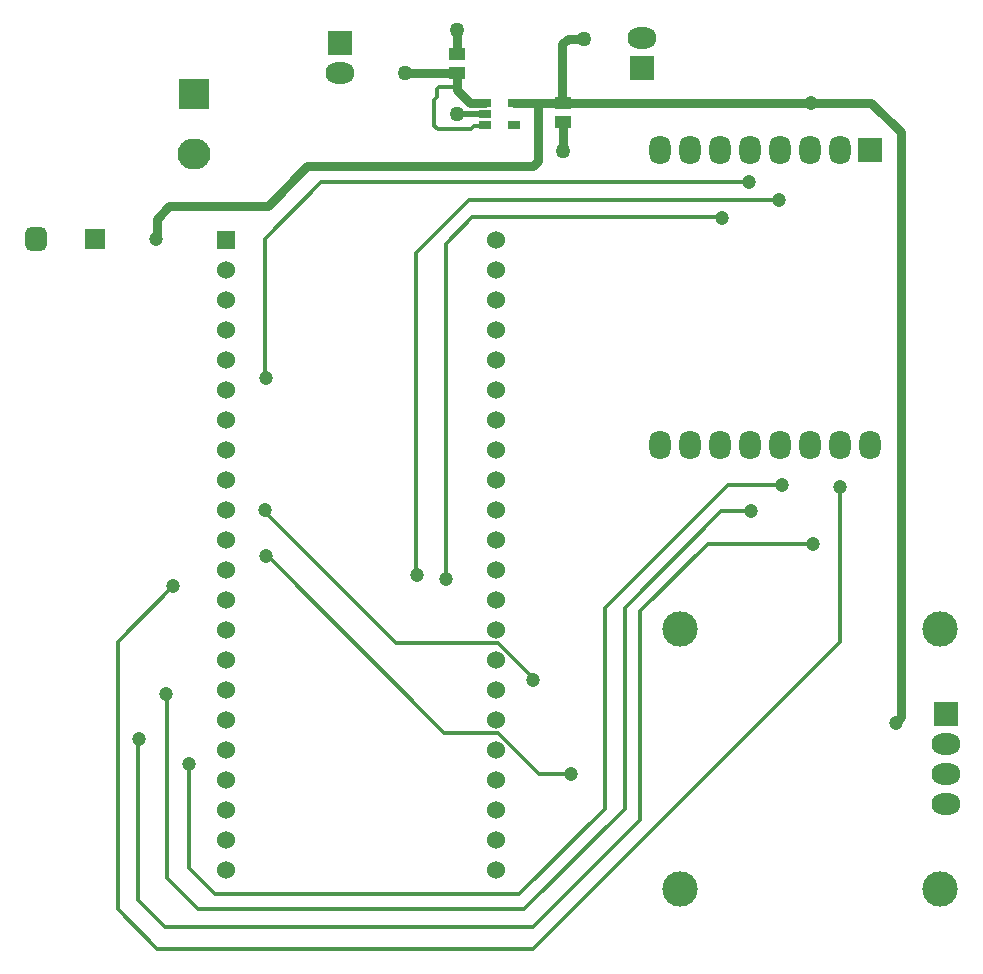
<source format=gtl>
G04*
G04 #@! TF.GenerationSoftware,Altium Limited,Altium Designer,22.3.1 (43)*
G04*
G04 Layer_Physical_Order=1*
G04 Layer_Color=255*
%FSLAX25Y25*%
%MOIN*%
G70*
G04*
G04 #@! TF.SameCoordinates,6F27DF24-6875-432B-A67F-BF56C2FC00E1*
G04*
G04*
G04 #@! TF.FilePolarity,Positive*
G04*
G01*
G75*
%ADD13R,0.05787X0.04016*%
%ADD14R,0.03937X0.02756*%
%ADD31C,0.01181*%
%ADD32C,0.03150*%
%ADD33C,0.01968*%
%ADD34C,0.11811*%
G04:AMPARAMS|DCode=35|XSize=70.87mil|YSize=94.49mil|CornerRadius=31.89mil|HoleSize=0mil|Usage=FLASHONLY|Rotation=270.000|XOffset=0mil|YOffset=0mil|HoleType=Round|Shape=RoundedRectangle|*
%AMROUNDEDRECTD35*
21,1,0.07087,0.03071,0,0,270.0*
21,1,0.00709,0.09449,0,0,270.0*
1,1,0.06378,-0.01535,-0.00354*
1,1,0.06378,-0.01535,0.00354*
1,1,0.06378,0.01535,0.00354*
1,1,0.06378,0.01535,-0.00354*
%
%ADD35ROUNDEDRECTD35*%
%ADD36R,0.07874X0.07874*%
%ADD37R,0.10236X0.10236*%
%ADD38O,0.11024X0.10236*%
%ADD39C,0.06024*%
%ADD40R,0.06024X0.06024*%
%ADD41R,0.07087X0.07087*%
G04:AMPARAMS|DCode=42|XSize=70.87mil|YSize=78.74mil|CornerRadius=17.72mil|HoleSize=0mil|Usage=FLASHONLY|Rotation=180.000|XOffset=0mil|YOffset=0mil|HoleType=Round|Shape=RoundedRectangle|*
%AMROUNDEDRECTD42*
21,1,0.07087,0.04331,0,0,180.0*
21,1,0.03543,0.07874,0,0,180.0*
1,1,0.03543,-0.01772,0.02165*
1,1,0.03543,0.01772,0.02165*
1,1,0.03543,0.01772,-0.02165*
1,1,0.03543,-0.01772,-0.02165*
%
%ADD42ROUNDEDRECTD42*%
G04:AMPARAMS|DCode=43|XSize=70.87mil|YSize=94.49mil|CornerRadius=31.89mil|HoleSize=0mil|Usage=FLASHONLY|Rotation=180.000|XOffset=0mil|YOffset=0mil|HoleType=Round|Shape=RoundedRectangle|*
%AMROUNDEDRECTD43*
21,1,0.07087,0.03071,0,0,180.0*
21,1,0.00709,0.09449,0,0,180.0*
1,1,0.06378,-0.00354,0.01535*
1,1,0.06378,0.00354,0.01535*
1,1,0.06378,0.00354,-0.01535*
1,1,0.06378,-0.00354,-0.01535*
%
%ADD43ROUNDEDRECTD43*%
%ADD44R,0.07874X0.07874*%
%ADD45C,0.05000*%
%ADD46C,0.04724*%
D13*
X185827Y290650D02*
D03*
Y284350D02*
D03*
X150394Y300787D02*
D03*
Y307087D02*
D03*
D14*
X169291Y283169D02*
D03*
Y290650D02*
D03*
X159843Y283169D02*
D03*
Y286910D02*
D03*
Y290650D02*
D03*
D31*
X86417Y245374D02*
X105217Y264173D01*
X247638D01*
X86417Y199016D02*
Y245374D01*
X143701Y292520D02*
Y295276D01*
X156102Y282874D02*
X159547D01*
X155118Y281890D02*
X156102Y282874D01*
X159547D02*
X159843Y283169D01*
X144095Y281890D02*
X155118D01*
X142913Y283071D02*
X144095Y281890D01*
X142913Y283071D02*
Y291732D01*
X143701Y292520D01*
X144488Y296063D02*
X149213D01*
X150394Y294882D01*
X143701Y295276D02*
X144488Y296063D01*
X154331Y258268D02*
X257677D01*
X136614Y240551D02*
X154331Y258268D01*
X85458Y155487D02*
X130177Y110768D01*
X87057Y139911D02*
X146201Y80768D01*
X130177Y110768D02*
X164102D01*
X146653Y243799D02*
X155413Y252559D01*
X146653Y132087D02*
Y243799D01*
X164102Y110768D02*
X175787Y99082D01*
Y98425D02*
Y99082D01*
X177822Y67047D02*
X188563D01*
X164102Y80768D02*
X177822Y67047D01*
X146201Y80768D02*
X164102D01*
X136614Y133563D02*
Y240551D01*
Y133563D02*
X137008Y133169D01*
X155413Y252559D02*
X238583D01*
X238681Y252461D01*
X37303Y21850D02*
X50492Y8661D01*
X175787D02*
X278268Y111142D01*
X50492Y8661D02*
X175787D01*
X37303Y111122D02*
X55905Y129724D01*
X37303Y21850D02*
Y111122D01*
X278268Y111142D02*
Y162500D01*
X211516Y51772D02*
Y121260D01*
X175787Y16043D02*
X211516Y51772D01*
X52953Y16043D02*
X175787D01*
X234055Y143799D02*
X269094D01*
X211516Y121260D02*
X234055Y143799D01*
X238583Y154528D02*
X248327D01*
X206299Y55216D02*
Y122244D01*
X238583Y154528D01*
X172933Y21850D02*
X206299Y55216D01*
X44094Y78150D02*
X44488Y78543D01*
X44094Y24902D02*
Y78150D01*
Y24902D02*
X52953Y16043D01*
X61122Y35555D02*
X69709Y26969D01*
X171260D01*
X199705Y55413D01*
Y122343D02*
X240748Y163386D01*
X199705Y55413D02*
Y122343D01*
X53642Y32480D02*
Y93602D01*
X64272Y21850D02*
X172933D01*
X53642Y32480D02*
X64272Y21850D01*
X61122Y35555D02*
Y70472D01*
X53543Y93701D02*
X53642Y93602D01*
X240748Y163386D02*
X258858D01*
X238268Y273819D02*
Y275000D01*
D32*
X50000Y245472D02*
X50301Y245774D01*
Y252073D01*
X268307Y290650D02*
X288583D01*
X298327Y85958D02*
Y280906D01*
X288583Y290650D02*
X298327Y280906D01*
X185827Y290650D02*
X268307D01*
X50301Y252073D02*
X54528Y256299D01*
X87303D02*
X100591Y269587D01*
X54528Y256299D02*
X87303D01*
X296850Y84481D02*
X298327Y85958D01*
X296850Y84055D02*
Y84481D01*
X100591Y269587D02*
X175714D01*
X177559Y271432D01*
Y290650D01*
X185827D01*
X169291D02*
X177559D01*
X185531Y290945D02*
X185827Y290650D01*
X185531Y290945D02*
Y310261D01*
X187376Y312106D02*
X192815D01*
X185531Y310261D02*
X187376Y312106D01*
X133071Y300787D02*
X150394D01*
Y307087D02*
Y314961D01*
X154626Y290650D02*
X159843D01*
X150394Y294882D02*
X154626Y290650D01*
X150394Y294882D02*
Y300787D01*
X185827Y274803D02*
Y284350D01*
D33*
X150443Y286959D02*
X159793D01*
X150394Y287008D02*
X150443Y286959D01*
X159793D02*
X159843Y286910D01*
D34*
X224803Y115354D02*
D03*
Y28740D02*
D03*
X311417D02*
D03*
Y115354D02*
D03*
D35*
X313386Y57047D02*
D03*
Y67047D02*
D03*
Y77047D02*
D03*
X212106Y312264D02*
D03*
X111417Y300787D02*
D03*
D36*
X313386Y87047D02*
D03*
X212106Y302264D02*
D03*
X111417Y310787D02*
D03*
D37*
X62894Y293504D02*
D03*
D38*
Y273504D02*
D03*
D39*
X73504Y35157D02*
D03*
X163504D02*
D03*
X73504Y45158D02*
D03*
Y55158D02*
D03*
Y65158D02*
D03*
Y75157D02*
D03*
Y85158D02*
D03*
Y95157D02*
D03*
Y105157D02*
D03*
Y115157D02*
D03*
Y125157D02*
D03*
Y135158D02*
D03*
Y145158D02*
D03*
Y155157D02*
D03*
Y165157D02*
D03*
Y175157D02*
D03*
Y185158D02*
D03*
Y195158D02*
D03*
Y205157D02*
D03*
Y215158D02*
D03*
Y225157D02*
D03*
Y235157D02*
D03*
X163504Y45158D02*
D03*
Y55158D02*
D03*
Y65158D02*
D03*
Y75157D02*
D03*
Y85158D02*
D03*
Y95157D02*
D03*
Y105157D02*
D03*
Y115157D02*
D03*
Y125157D02*
D03*
Y135158D02*
D03*
Y145158D02*
D03*
Y155157D02*
D03*
Y165157D02*
D03*
Y175157D02*
D03*
Y185158D02*
D03*
Y195158D02*
D03*
Y205157D02*
D03*
Y215158D02*
D03*
Y225157D02*
D03*
Y235157D02*
D03*
Y245158D02*
D03*
D40*
X73504D02*
D03*
D41*
X29921Y245276D02*
D03*
D42*
X10236Y245276D02*
D03*
D43*
X288268Y176575D02*
D03*
X278268D02*
D03*
X268268D02*
D03*
X258268D02*
D03*
X248268D02*
D03*
X238268D02*
D03*
X228268D02*
D03*
X218268D02*
D03*
X238268Y275000D02*
D03*
X248268D02*
D03*
X258268D02*
D03*
X268268D02*
D03*
X278268D02*
D03*
X218268D02*
D03*
X228268D02*
D03*
D44*
X288268D02*
D03*
D45*
X133071Y300787D02*
D03*
X150394Y287008D02*
D03*
Y314961D02*
D03*
X185827Y274803D02*
D03*
X192815Y312106D02*
D03*
D46*
X296850Y84055D02*
D03*
X50000Y245472D02*
D03*
X268307Y290650D02*
D03*
X86909Y139764D02*
D03*
X86516Y155020D02*
D03*
X175787Y98425D02*
D03*
X188563Y67047D02*
D03*
X146653Y132087D02*
D03*
X137008Y133169D02*
D03*
X257677Y258268D02*
D03*
X238681Y252461D02*
D03*
X247638Y264173D02*
D03*
X86713Y199114D02*
D03*
X55905Y129724D02*
D03*
X269094Y143799D02*
D03*
X44488Y78543D02*
D03*
X61122Y70472D02*
D03*
X53543Y93701D02*
D03*
X258858Y163386D02*
D03*
X248327Y154528D02*
D03*
X278268Y162500D02*
D03*
M02*

</source>
